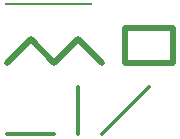
<source format=gbr>
G04 Test: Linear interpolation (G01)*
G04 Tests D01 draws with G01 linear mode*
%FSLAX26Y26*%
%MOMM*%
%ADD10C,0.3*%
%ADD11C,0.5*%
%ADD12R,0.4X0.2*%
D10*
G01*
G04 Horizontal line*
X1000000Y1000000D02*
X5000000Y1000000D01*
G04 Vertical line*
X7000000Y1000000D02*
X7000000Y5000000D01*
G04 Diagonal line (45 degrees)*
X9000000Y1000000D02*
X13000000Y5000000D01*
G04 Multi-segment path*
D11*
X1000000Y7000000D02*
X3000000Y9000000D01*
X5000000Y7000000D01*
X7000000Y9000000D01*
X9000000Y7000000D01*
G04 Rectangle path*
X11000000Y7000000D02*
X15000000Y7000000D01*
X15000000Y10000000D01*
X11000000Y10000000D01*
X11000000Y7000000D01*
G04 Line with rectangular aperture*
D12*
X1000000Y12000000D02*
X8000000Y12000000D01*
M02*

</source>
